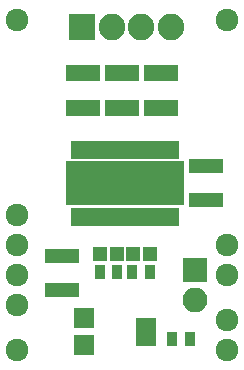
<source format=gts>
G04 #@! TF.FileFunction,Soldermask,Top*
%FSLAX46Y46*%
G04 Gerber Fmt 4.6, Leading zero omitted, Abs format (unit mm)*
G04 Created by KiCad (PCBNEW 4.0.6+dfsg1-1) date Mon Feb 26 16:02:50 2018*
%MOMM*%
%LPD*%
G01*
G04 APERTURE LIST*
%ADD10C,0.100000*%
%ADD11R,1.200000X1.150000*%
%ADD12R,2.900000X1.400000*%
%ADD13R,2.250000X2.250000*%
%ADD14C,2.250000*%
%ADD15R,2.100000X2.100000*%
%ADD16O,2.100000X2.100000*%
%ADD17R,0.900000X1.300000*%
%ADD18R,1.700000X1.700000*%
%ADD19R,1.700000X2.400000*%
%ADD20R,2.900000X1.300000*%
%ADD21R,1.500000X1.290000*%
%ADD22R,0.800000X1.500000*%
%ADD23C,1.924000*%
G04 APERTURE END LIST*
D10*
D11*
X8317800Y9829800D03*
X9817800Y9829800D03*
X12611800Y9829800D03*
X11111800Y9829800D03*
D12*
X6934200Y25198200D03*
X6934200Y22198200D03*
X10236200Y22198200D03*
X10236200Y25198200D03*
X13538200Y22198200D03*
X13538200Y25198200D03*
D13*
X6852920Y29088080D03*
D14*
X9352920Y29088080D03*
X11852920Y29088080D03*
X14352920Y29088080D03*
D15*
X16395700Y8521700D03*
D16*
X16395700Y5981700D03*
D17*
X14464600Y2616200D03*
X15964600Y2616200D03*
D18*
X7026600Y2126600D03*
D19*
X12226600Y3276600D03*
D18*
X7026600Y4426600D03*
D17*
X8317800Y8305800D03*
X9817800Y8305800D03*
X12561000Y8305800D03*
X11061000Y8305800D03*
D20*
X5156200Y6754200D03*
X5156200Y9654200D03*
X17348200Y17274200D03*
X17348200Y14374200D03*
D21*
X14715200Y14549200D03*
X14715200Y15399200D03*
X14715200Y17099200D03*
X14715200Y16249200D03*
X13658950Y16249200D03*
X13658950Y17099200D03*
X13658950Y15399200D03*
X13658950Y14549200D03*
X12602700Y14549200D03*
X12602700Y15399200D03*
X12602700Y17099200D03*
X12602700Y16249200D03*
X11546450Y16249200D03*
X11546450Y17099200D03*
X11546450Y15399200D03*
X11546450Y14549200D03*
X10490200Y14549200D03*
X10490200Y15399200D03*
X10490200Y17099200D03*
X10490200Y16249200D03*
X9433950Y16249200D03*
X9433950Y17099200D03*
X9433950Y15399200D03*
X9433950Y14549200D03*
X8377700Y14549200D03*
X8377700Y15399200D03*
X8377700Y17099200D03*
X8377700Y16249200D03*
X7321450Y16249200D03*
X7321450Y17099200D03*
X7321450Y15399200D03*
X7321450Y14549200D03*
X6265200Y14549200D03*
X6265200Y15399200D03*
X6265200Y17099200D03*
X6265200Y16249200D03*
D22*
X6265200Y12974200D03*
X6915200Y12974200D03*
X7565200Y12974200D03*
X8215200Y12974200D03*
X8865200Y12974200D03*
X9515200Y12974200D03*
X10165200Y12974200D03*
X10815200Y12974200D03*
X11465200Y12974200D03*
X12115200Y12974200D03*
X12765200Y12974200D03*
X13415200Y12974200D03*
X14065200Y12974200D03*
X14715200Y12974200D03*
X14715200Y18674200D03*
X14065200Y18674200D03*
X13415200Y18674200D03*
X12765200Y18674200D03*
X12115200Y18674200D03*
X11465200Y18674200D03*
X10815200Y18674200D03*
X10165200Y18674200D03*
X9515200Y18674200D03*
X8865200Y18674200D03*
X8215200Y18674200D03*
X7565200Y18674200D03*
X6915200Y18674200D03*
X6265200Y18674200D03*
D23*
X19126200Y1727200D03*
X19126200Y4267200D03*
X19126200Y8077200D03*
X19126200Y10617200D03*
X1346200Y1727200D03*
X1346200Y29667200D03*
X19126200Y29667200D03*
X1346200Y5537200D03*
X1346200Y8077200D03*
X1346200Y10617200D03*
X1346200Y13157200D03*
M02*

</source>
